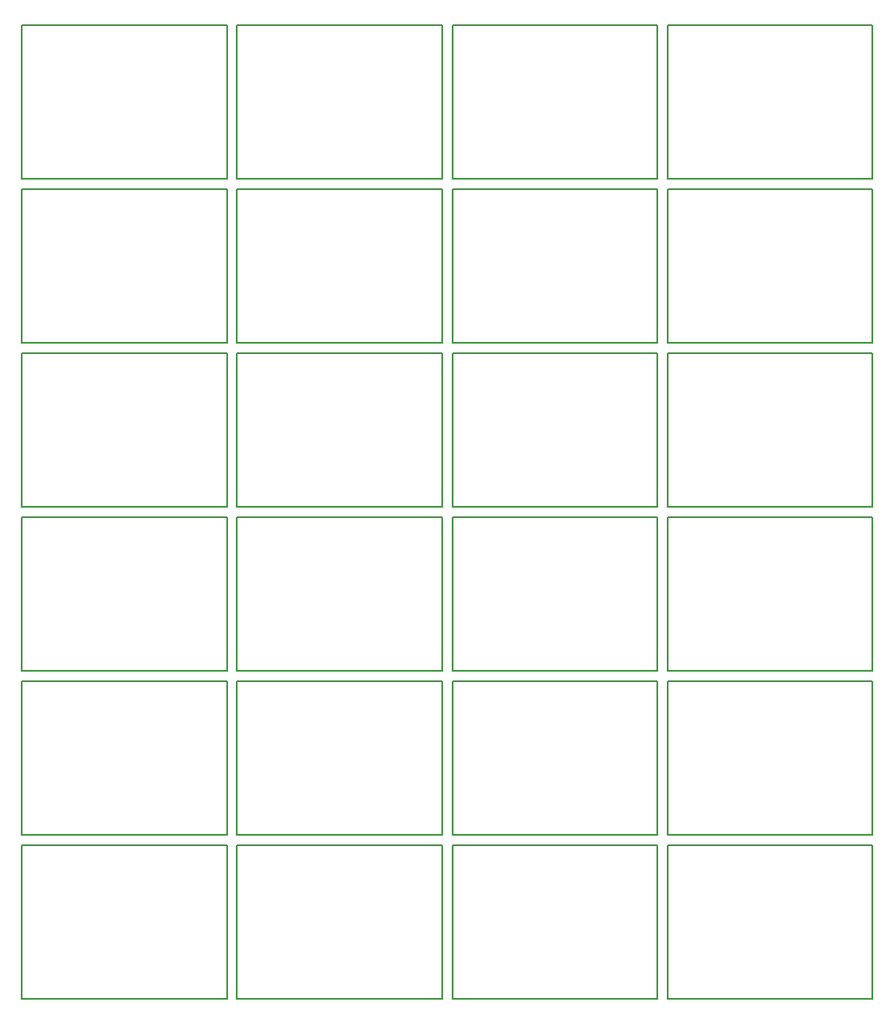
<source format=gm1>
G04 #@! TF.FileFunction,Profile,NP*
%FSLAX46Y46*%
G04 Gerber Fmt 4.6, Leading zero omitted, Abs format (unit mm)*
G04 Created by KiCad (PCBNEW 4.0.1-stable) date 2017/03/05 0:18:17*
%MOMM*%
G01*
G04 APERTURE LIST*
%ADD10C,0.100000*%
%ADD11C,0.150000*%
G04 APERTURE END LIST*
D10*
D11*
X218000000Y-138000000D02*
X198000000Y-138000000D01*
X218000000Y-137000000D02*
X218000000Y-122000000D01*
X198000000Y-122000000D02*
X198000000Y-137000000D01*
X198000000Y-137000000D02*
X218000000Y-137000000D01*
X198000000Y-153000000D02*
X218000000Y-153000000D01*
X218000000Y-153000000D02*
X218000000Y-138000000D01*
X198000000Y-138000000D02*
X198000000Y-153000000D01*
X218000000Y-122000000D02*
X198000000Y-122000000D01*
X177000000Y-138000000D02*
X177000000Y-153000000D01*
X197000000Y-137000000D02*
X197000000Y-122000000D01*
X197000000Y-122000000D02*
X177000000Y-122000000D01*
X177000000Y-137000000D02*
X197000000Y-137000000D01*
X177000000Y-153000000D02*
X197000000Y-153000000D01*
X197000000Y-153000000D02*
X197000000Y-138000000D01*
X197000000Y-138000000D02*
X177000000Y-138000000D01*
X177000000Y-122000000D02*
X177000000Y-137000000D01*
X155000000Y-153000000D02*
X155000000Y-138000000D01*
X135000000Y-122000000D02*
X135000000Y-137000000D01*
X155000000Y-122000000D02*
X135000000Y-122000000D01*
X135000000Y-137000000D02*
X155000000Y-137000000D01*
X135000000Y-153000000D02*
X155000000Y-153000000D01*
X135000000Y-138000000D02*
X135000000Y-153000000D01*
X155000000Y-138000000D02*
X135000000Y-138000000D01*
X155000000Y-137000000D02*
X155000000Y-122000000D01*
X176000000Y-138000000D02*
X156000000Y-138000000D01*
X156000000Y-122000000D02*
X156000000Y-137000000D01*
X176000000Y-137000000D02*
X176000000Y-122000000D01*
X156000000Y-137000000D02*
X176000000Y-137000000D01*
X176000000Y-153000000D02*
X176000000Y-138000000D01*
X156000000Y-153000000D02*
X176000000Y-153000000D01*
X156000000Y-138000000D02*
X156000000Y-153000000D01*
X176000000Y-122000000D02*
X156000000Y-122000000D01*
X218000000Y-106000000D02*
X198000000Y-106000000D01*
X218000000Y-121000000D02*
X218000000Y-106000000D01*
X198000000Y-106000000D02*
X198000000Y-121000000D01*
X198000000Y-121000000D02*
X218000000Y-121000000D01*
X177000000Y-106000000D02*
X177000000Y-121000000D01*
X197000000Y-121000000D02*
X197000000Y-106000000D01*
X197000000Y-106000000D02*
X177000000Y-106000000D01*
X177000000Y-121000000D02*
X197000000Y-121000000D01*
X155000000Y-121000000D02*
X155000000Y-106000000D01*
X135000000Y-106000000D02*
X135000000Y-121000000D01*
X155000000Y-106000000D02*
X135000000Y-106000000D01*
X135000000Y-121000000D02*
X155000000Y-121000000D01*
X176000000Y-106000000D02*
X156000000Y-106000000D01*
X156000000Y-106000000D02*
X156000000Y-121000000D01*
X176000000Y-121000000D02*
X176000000Y-106000000D01*
X156000000Y-121000000D02*
X176000000Y-121000000D01*
X155000000Y-90000000D02*
X135000000Y-90000000D01*
X155000000Y-105000000D02*
X155000000Y-90000000D01*
X135000000Y-105000000D02*
X155000000Y-105000000D01*
X135000000Y-90000000D02*
X135000000Y-105000000D01*
X176000000Y-90000000D02*
X156000000Y-90000000D01*
X176000000Y-105000000D02*
X176000000Y-90000000D01*
X156000000Y-105000000D02*
X176000000Y-105000000D01*
X156000000Y-90000000D02*
X156000000Y-105000000D01*
X197000000Y-90000000D02*
X177000000Y-90000000D01*
X197000000Y-105000000D02*
X197000000Y-90000000D01*
X177000000Y-105000000D02*
X197000000Y-105000000D01*
X177000000Y-90000000D02*
X177000000Y-105000000D01*
X218000000Y-90000000D02*
X198000000Y-90000000D01*
X218000000Y-105000000D02*
X218000000Y-90000000D01*
X198000000Y-105000000D02*
X218000000Y-105000000D01*
X198000000Y-90000000D02*
X198000000Y-105000000D01*
X155000000Y-90000000D02*
X135000000Y-90000000D01*
X155000000Y-105000000D02*
X155000000Y-90000000D01*
X135000000Y-105000000D02*
X155000000Y-105000000D01*
X135000000Y-90000000D02*
X135000000Y-105000000D01*
X155000000Y-74000000D02*
X135000000Y-74000000D01*
X155000000Y-89000000D02*
X155000000Y-74000000D01*
X135000000Y-89000000D02*
X155000000Y-89000000D01*
X135000000Y-74000000D02*
X135000000Y-89000000D01*
X176000000Y-74000000D02*
X156000000Y-74000000D01*
X176000000Y-89000000D02*
X176000000Y-74000000D01*
X156000000Y-89000000D02*
X176000000Y-89000000D01*
X156000000Y-74000000D02*
X156000000Y-89000000D01*
X197000000Y-74000000D02*
X177000000Y-74000000D01*
X197000000Y-89000000D02*
X197000000Y-74000000D01*
X177000000Y-89000000D02*
X197000000Y-89000000D01*
X177000000Y-74000000D02*
X177000000Y-89000000D01*
X218000000Y-74000000D02*
X198000000Y-74000000D01*
X218000000Y-89000000D02*
X218000000Y-74000000D01*
X198000000Y-89000000D02*
X218000000Y-89000000D01*
X198000000Y-74000000D02*
X198000000Y-89000000D01*
X155000000Y-58000000D02*
X135000000Y-58000000D01*
X155000000Y-73000000D02*
X155000000Y-58000000D01*
X135000000Y-73000000D02*
X155000000Y-73000000D01*
X135000000Y-58000000D02*
X135000000Y-73000000D01*
X176000000Y-58000000D02*
X156000000Y-58000000D01*
X176000000Y-73000000D02*
X176000000Y-58000000D01*
X156000000Y-73000000D02*
X176000000Y-73000000D01*
X156000000Y-58000000D02*
X156000000Y-73000000D01*
X197000000Y-58000000D02*
X177000000Y-58000000D01*
X197000000Y-73000000D02*
X197000000Y-58000000D01*
X177000000Y-73000000D02*
X197000000Y-73000000D01*
X177000000Y-58000000D02*
X177000000Y-73000000D01*
X218000000Y-58000000D02*
X198000000Y-58000000D01*
X218000000Y-73000000D02*
X218000000Y-58000000D01*
X198000000Y-73000000D02*
X218000000Y-73000000D01*
X198000000Y-58000000D02*
X198000000Y-73000000D01*
M02*

</source>
